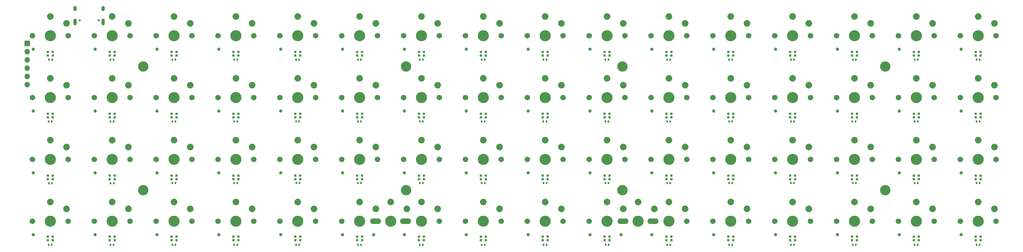
<source format=gbr>
%TF.GenerationSoftware,KiCad,Pcbnew,7.0.2*%
%TF.CreationDate,2023-07-13T09:31:41-04:00*%
%TF.ProjectId,QuicksilverStorm,51756963-6b73-4696-9c76-657253746f72,Mark 2 Rev F*%
%TF.SameCoordinates,Original*%
%TF.FileFunction,Soldermask,Top*%
%TF.FilePolarity,Negative*%
%FSLAX46Y46*%
G04 Gerber Fmt 4.6, Leading zero omitted, Abs format (unit mm)*
G04 Created by KiCad (PCBNEW 7.0.2) date 2023-07-13 09:31:41*
%MOMM*%
%LPD*%
G01*
G04 APERTURE LIST*
G04 Aperture macros list*
%AMRoundRect*
0 Rectangle with rounded corners*
0 $1 Rounding radius*
0 $2 $3 $4 $5 $6 $7 $8 $9 X,Y pos of 4 corners*
0 Add a 4 corners polygon primitive as box body*
4,1,4,$2,$3,$4,$5,$6,$7,$8,$9,$2,$3,0*
0 Add four circle primitives for the rounded corners*
1,1,$1+$1,$2,$3*
1,1,$1+$1,$4,$5*
1,1,$1+$1,$6,$7*
1,1,$1+$1,$8,$9*
0 Add four rect primitives between the rounded corners*
20,1,$1+$1,$2,$3,$4,$5,0*
20,1,$1+$1,$4,$5,$6,$7,0*
20,1,$1+$1,$6,$7,$8,$9,0*
20,1,$1+$1,$8,$9,$2,$3,0*%
G04 Aperture macros list end*
%ADD10C,1.701800*%
%ADD11C,0.990600*%
%ADD12C,3.429000*%
%ADD13C,2.032000*%
%ADD14C,3.200000*%
%ADD15RoundRect,0.147500X0.147500X0.172500X-0.147500X0.172500X-0.147500X-0.172500X0.147500X-0.172500X0*%
%ADD16R,0.700000X0.700000*%
%ADD17O,3.403600X1.701800*%
%ADD18C,0.650000*%
%ADD19O,1.000000X1.600000*%
%ADD20O,1.000000X2.100000*%
%ADD21R,1.700000X1.700000*%
%ADD22O,1.700000X1.700000*%
G04 APERTURE END LIST*
D10*
%TO.C,K2*%
X52443750Y-80962500D03*
D11*
X52723750Y-85162500D03*
D12*
X57943750Y-80962500D03*
D10*
X63443750Y-80962500D03*
D13*
X57943750Y-75062500D03*
X62943750Y-77162500D03*
%TD*%
D10*
%TO.C,K3*%
X71493750Y-80949800D03*
D11*
X71773750Y-85149800D03*
D12*
X76993750Y-80949800D03*
D10*
X82493750Y-80949800D03*
D13*
X76993750Y-75049800D03*
X81993750Y-77149800D03*
%TD*%
D10*
%TO.C,K6*%
X128643750Y-80962500D03*
D11*
X128923750Y-85162500D03*
D12*
X134143750Y-80962500D03*
D10*
X139643750Y-80962500D03*
D13*
X134143750Y-75062500D03*
X139143750Y-77162500D03*
%TD*%
D10*
%TO.C,K7*%
X147693750Y-80962500D03*
D11*
X147973750Y-85162500D03*
D12*
X153193750Y-80962500D03*
D10*
X158693750Y-80962500D03*
D13*
X153193750Y-75062500D03*
X158193750Y-77162500D03*
%TD*%
D10*
%TO.C,K8*%
X166743750Y-80962500D03*
D11*
X167023750Y-85162500D03*
D12*
X172243750Y-80962500D03*
D10*
X177743750Y-80962500D03*
D13*
X172243750Y-75062500D03*
X177243750Y-77162500D03*
%TD*%
D10*
%TO.C,K9*%
X185793750Y-80962500D03*
D11*
X186073750Y-85162500D03*
D12*
X191293750Y-80962500D03*
D10*
X196793750Y-80962500D03*
D13*
X191293750Y-75062500D03*
X196293750Y-77162500D03*
%TD*%
D10*
%TO.C,K10*%
X204843750Y-80962500D03*
D11*
X205123750Y-85162500D03*
D12*
X210343750Y-80962500D03*
D10*
X215843750Y-80962500D03*
D13*
X210343750Y-75062500D03*
X215343750Y-77162500D03*
%TD*%
D10*
%TO.C,K11*%
X223893750Y-80962500D03*
D11*
X224173750Y-85162500D03*
D12*
X229393750Y-80962500D03*
D10*
X234893750Y-80962500D03*
D13*
X229393750Y-75062500D03*
X234393750Y-77162500D03*
%TD*%
D10*
%TO.C,K12*%
X242943750Y-80962500D03*
D11*
X243223750Y-85162500D03*
D12*
X248443750Y-80962500D03*
D10*
X253943750Y-80962500D03*
D13*
X248443750Y-75062500D03*
X253443750Y-77162500D03*
%TD*%
D10*
%TO.C,K13*%
X261993750Y-80962500D03*
D11*
X262273750Y-85162500D03*
D12*
X267493750Y-80962500D03*
D10*
X272993750Y-80962500D03*
D13*
X267493750Y-75062500D03*
X272493750Y-77162500D03*
%TD*%
D10*
%TO.C,K14*%
X281043750Y-80962500D03*
D11*
X281323750Y-85162500D03*
D12*
X286543750Y-80962500D03*
D10*
X292043750Y-80962500D03*
D13*
X286543750Y-75062500D03*
X291543750Y-77162500D03*
%TD*%
D10*
%TO.C,K15*%
X300093750Y-80962500D03*
D11*
X300373750Y-85162500D03*
D12*
X305593750Y-80962500D03*
D10*
X311093750Y-80962500D03*
D13*
X305593750Y-75062500D03*
X310593750Y-77162500D03*
%TD*%
D10*
%TO.C,K16*%
X319143750Y-80962500D03*
D11*
X319423750Y-85162500D03*
D12*
X324643750Y-80962500D03*
D10*
X330143750Y-80962500D03*
D13*
X324643750Y-75062500D03*
X329643750Y-77162500D03*
%TD*%
D10*
%TO.C,K17*%
X33393750Y-100012500D03*
D11*
X33673750Y-104212500D03*
D12*
X38893750Y-100012500D03*
D10*
X44393750Y-100012500D03*
D13*
X38893750Y-94112500D03*
X43893750Y-96212500D03*
%TD*%
D10*
%TO.C,K18*%
X52443750Y-100012500D03*
D11*
X52723750Y-104212500D03*
D12*
X57943750Y-100012500D03*
D10*
X63443750Y-100012500D03*
D13*
X57943750Y-94112500D03*
X62943750Y-96212500D03*
%TD*%
D10*
%TO.C,K19*%
X71493750Y-100012500D03*
D11*
X71773750Y-104212500D03*
D12*
X76993750Y-100012500D03*
D10*
X82493750Y-100012500D03*
D13*
X76993750Y-94112500D03*
X81993750Y-96212500D03*
%TD*%
D10*
%TO.C,K22*%
X128643750Y-100012500D03*
D11*
X128923750Y-104212500D03*
D12*
X134143750Y-100012500D03*
D10*
X139643750Y-100012500D03*
D13*
X134143750Y-94112500D03*
X139143750Y-96212500D03*
%TD*%
D10*
%TO.C,K23*%
X147693750Y-100012500D03*
D11*
X147973750Y-104212500D03*
D12*
X153193750Y-100012500D03*
D10*
X158693750Y-100012500D03*
D13*
X153193750Y-94112500D03*
X158193750Y-96212500D03*
%TD*%
D10*
%TO.C,K24*%
X166743750Y-100012500D03*
D11*
X167023750Y-104212500D03*
D12*
X172243750Y-100012500D03*
D10*
X177743750Y-100012500D03*
D13*
X172243750Y-94112500D03*
X177243750Y-96212500D03*
%TD*%
D10*
%TO.C,K25*%
X185793750Y-100012500D03*
D11*
X186073750Y-104212500D03*
D12*
X191293750Y-100012500D03*
D10*
X196793750Y-100012500D03*
D13*
X191293750Y-94112500D03*
X196293750Y-96212500D03*
%TD*%
D10*
%TO.C,K26*%
X204843750Y-100012500D03*
D11*
X205123750Y-104212500D03*
D12*
X210343750Y-100012500D03*
D10*
X215843750Y-100012500D03*
D13*
X210343750Y-94112500D03*
X215343750Y-96212500D03*
%TD*%
D10*
%TO.C,K27*%
X223893750Y-100012500D03*
D11*
X224173750Y-104212500D03*
D12*
X229393750Y-100012500D03*
D10*
X234893750Y-100012500D03*
D13*
X229393750Y-94112500D03*
X234393750Y-96212500D03*
%TD*%
D10*
%TO.C,K28*%
X242943750Y-100012500D03*
D11*
X243223750Y-104212500D03*
D12*
X248443750Y-100012500D03*
D10*
X253943750Y-100012500D03*
D13*
X248443750Y-94112500D03*
X253443750Y-96212500D03*
%TD*%
D10*
%TO.C,K29*%
X261993750Y-100012500D03*
D11*
X262273750Y-104212500D03*
D12*
X267493750Y-100012500D03*
D10*
X272993750Y-100012500D03*
D13*
X267493750Y-94112500D03*
X272493750Y-96212500D03*
%TD*%
D10*
%TO.C,K30*%
X281043750Y-100012500D03*
D11*
X281323750Y-104212500D03*
D12*
X286543750Y-100012500D03*
D10*
X292043750Y-100012500D03*
D13*
X286543750Y-94112500D03*
X291543750Y-96212500D03*
%TD*%
D10*
%TO.C,K31*%
X300093750Y-100012500D03*
D11*
X300373750Y-104212500D03*
D12*
X305593750Y-100012500D03*
D10*
X311093750Y-100012500D03*
D13*
X305593750Y-94112500D03*
X310593750Y-96212500D03*
%TD*%
D10*
%TO.C,K32*%
X319143750Y-100012500D03*
D11*
X319423750Y-104212500D03*
D12*
X324643750Y-100012500D03*
D10*
X330143750Y-100012500D03*
D13*
X324643750Y-94112500D03*
X329643750Y-96212500D03*
%TD*%
D10*
%TO.C,K33*%
X33393750Y-119062500D03*
D11*
X33673750Y-123262500D03*
D12*
X38893750Y-119062500D03*
D10*
X44393750Y-119062500D03*
D13*
X38893750Y-113162500D03*
X43893750Y-115262500D03*
%TD*%
D10*
%TO.C,K34*%
X52443750Y-119062500D03*
D11*
X52723750Y-123262500D03*
D12*
X57943750Y-119062500D03*
D10*
X63443750Y-119062500D03*
D13*
X57943750Y-113162500D03*
X62943750Y-115262500D03*
%TD*%
D10*
%TO.C,K35*%
X71493750Y-119062500D03*
D11*
X71773750Y-123262500D03*
D12*
X76993750Y-119062500D03*
D10*
X82493750Y-119062500D03*
D13*
X76993750Y-113162500D03*
X81993750Y-115262500D03*
%TD*%
D10*
%TO.C,K36*%
X90543750Y-119062500D03*
D11*
X90823750Y-123262500D03*
D12*
X96043750Y-119062500D03*
D10*
X101543750Y-119062500D03*
D13*
X96043750Y-113162500D03*
X101043750Y-115262500D03*
%TD*%
D10*
%TO.C,K37*%
X109593750Y-119062500D03*
D11*
X109873750Y-123262500D03*
D12*
X115093750Y-119062500D03*
D10*
X120593750Y-119062500D03*
D13*
X115093750Y-113162500D03*
X120093750Y-115262500D03*
%TD*%
D10*
%TO.C,K38*%
X128643750Y-119062500D03*
D11*
X128923750Y-123262500D03*
D12*
X134143750Y-119062500D03*
D10*
X139643750Y-119062500D03*
D13*
X134143750Y-113162500D03*
X139143750Y-115262500D03*
%TD*%
D10*
%TO.C,K39*%
X147693750Y-119062500D03*
D11*
X147973750Y-123262500D03*
D12*
X153193750Y-119062500D03*
D10*
X158693750Y-119062500D03*
D13*
X153193750Y-113162500D03*
X158193750Y-115262500D03*
%TD*%
D10*
%TO.C,K40*%
X166743750Y-119062500D03*
D11*
X167023750Y-123262500D03*
D12*
X172243750Y-119062500D03*
D10*
X177743750Y-119062500D03*
D13*
X172243750Y-113162500D03*
X177243750Y-115262500D03*
%TD*%
D10*
%TO.C,K41*%
X185793750Y-119062500D03*
D11*
X186073750Y-123262500D03*
D12*
X191293750Y-119062500D03*
D10*
X196793750Y-119062500D03*
D13*
X191293750Y-113162500D03*
X196293750Y-115262500D03*
%TD*%
D10*
%TO.C,K42*%
X204843750Y-119062500D03*
D11*
X205123750Y-123262500D03*
D12*
X210343750Y-119062500D03*
D10*
X215843750Y-119062500D03*
D13*
X210343750Y-113162500D03*
X215343750Y-115262500D03*
%TD*%
D10*
%TO.C,K43*%
X223893750Y-119062500D03*
D11*
X224173750Y-123262500D03*
D12*
X229393750Y-119062500D03*
D10*
X234893750Y-119062500D03*
D13*
X229393750Y-113162500D03*
X234393750Y-115262500D03*
%TD*%
D10*
%TO.C,K44*%
X242943750Y-119062500D03*
D11*
X243223750Y-123262500D03*
D12*
X248443750Y-119062500D03*
D10*
X253943750Y-119062500D03*
D13*
X248443750Y-113162500D03*
X253443750Y-115262500D03*
%TD*%
D10*
%TO.C,K45*%
X261993750Y-119062500D03*
D11*
X262273750Y-123262500D03*
D12*
X267493750Y-119062500D03*
D10*
X272993750Y-119062500D03*
D13*
X267493750Y-113162500D03*
X272493750Y-115262500D03*
%TD*%
D10*
%TO.C,K46*%
X281043750Y-119062500D03*
D11*
X281323750Y-123262500D03*
D12*
X286543750Y-119062500D03*
D10*
X292043750Y-119062500D03*
D13*
X286543750Y-113162500D03*
X291543750Y-115262500D03*
%TD*%
D10*
%TO.C,K47*%
X300093750Y-119062500D03*
D11*
X300373750Y-123262500D03*
D12*
X305593750Y-119062500D03*
D10*
X311093750Y-119062500D03*
D13*
X305593750Y-113162500D03*
X310593750Y-115262500D03*
%TD*%
D10*
%TO.C,K48*%
X319143750Y-119062500D03*
D11*
X319423750Y-123262500D03*
D12*
X324643750Y-119062500D03*
D10*
X330143750Y-119062500D03*
D13*
X324643750Y-113162500D03*
X329643750Y-115262500D03*
%TD*%
D10*
%TO.C,K49*%
X33393750Y-138112500D03*
D11*
X33673750Y-142312500D03*
D12*
X38893750Y-138112500D03*
D10*
X44393750Y-138112500D03*
D13*
X38893750Y-132212500D03*
X43893750Y-134312500D03*
%TD*%
D10*
%TO.C,K50*%
X52443750Y-138112500D03*
D11*
X52723750Y-142312500D03*
D12*
X57943750Y-138112500D03*
D10*
X63443750Y-138112500D03*
D13*
X57943750Y-132212500D03*
X62943750Y-134312500D03*
%TD*%
D10*
%TO.C,K51*%
X71493750Y-138112500D03*
D11*
X71773750Y-142312500D03*
D12*
X76993750Y-138112500D03*
D10*
X82493750Y-138112500D03*
D13*
X76993750Y-132212500D03*
X81993750Y-134312500D03*
%TD*%
D10*
%TO.C,K52*%
X90543750Y-138112500D03*
D11*
X90823750Y-142312500D03*
D12*
X96043750Y-138112500D03*
D10*
X101543750Y-138112500D03*
D13*
X96043750Y-132212500D03*
X101043750Y-134312500D03*
%TD*%
D10*
%TO.C,K53*%
X109593750Y-138112500D03*
D11*
X109873750Y-142312500D03*
D12*
X115093750Y-138112500D03*
D10*
X120593750Y-138112500D03*
D13*
X115093750Y-132212500D03*
X120093750Y-134312500D03*
%TD*%
D10*
%TO.C,K54*%
X128643750Y-138112500D03*
D11*
X128923750Y-142312500D03*
D12*
X134143750Y-138112500D03*
D13*
X134143750Y-132212500D03*
X139143750Y-134312500D03*
%TD*%
D11*
%TO.C,K55*%
X147973750Y-142312500D03*
D12*
X153193750Y-138112500D03*
D10*
X158693750Y-138112500D03*
D13*
X153193750Y-132212500D03*
X158193750Y-134312500D03*
%TD*%
D10*
%TO.C,K56*%
X166743750Y-138112500D03*
D11*
X167023750Y-142312500D03*
D12*
X172243750Y-138112500D03*
D10*
X177743750Y-138112500D03*
D13*
X172243750Y-132212500D03*
X177243750Y-134312500D03*
%TD*%
D10*
%TO.C,K57*%
X185793750Y-138112500D03*
D11*
X186073750Y-142312500D03*
D12*
X191293750Y-138112500D03*
D10*
X196793750Y-138112500D03*
D13*
X191293750Y-132212500D03*
X196293750Y-134312500D03*
%TD*%
D10*
%TO.C,K58*%
X204843750Y-138112500D03*
D11*
X205123750Y-142312500D03*
D12*
X210343750Y-138112500D03*
D13*
X210343750Y-132212500D03*
X215343750Y-134312500D03*
%TD*%
D11*
%TO.C,K59*%
X224173750Y-142312500D03*
D12*
X229393750Y-138112500D03*
D10*
X234893750Y-138112500D03*
D13*
X229393750Y-132212500D03*
X234393750Y-134312500D03*
%TD*%
D10*
%TO.C,K60*%
X242943750Y-138112500D03*
D11*
X243223750Y-142312500D03*
D12*
X248443750Y-138112500D03*
D10*
X253943750Y-138112500D03*
D13*
X248443750Y-132212500D03*
X253443750Y-134312500D03*
%TD*%
D10*
%TO.C,K61*%
X261993750Y-138112500D03*
D11*
X262273750Y-142312500D03*
D12*
X267493750Y-138112500D03*
D10*
X272993750Y-138112500D03*
D13*
X267493750Y-132212500D03*
X272493750Y-134312500D03*
%TD*%
D10*
%TO.C,K62*%
X281043750Y-138112500D03*
D11*
X281323750Y-142312500D03*
D12*
X286543750Y-138112500D03*
D10*
X292043750Y-138112500D03*
D13*
X286543750Y-132212500D03*
X291543750Y-134312500D03*
%TD*%
D10*
%TO.C,K63*%
X300093750Y-138112500D03*
D11*
X300373750Y-142312500D03*
D12*
X305593750Y-138112500D03*
D10*
X311093750Y-138112500D03*
D13*
X305593750Y-132212500D03*
X310593750Y-134312500D03*
%TD*%
D10*
%TO.C,K64*%
X319143750Y-138112500D03*
D11*
X319423750Y-142312500D03*
D12*
X324643750Y-138112500D03*
D10*
X330143750Y-138112500D03*
D13*
X324643750Y-132212500D03*
X329643750Y-134312500D03*
%TD*%
D10*
%TO.C,K1*%
X33393750Y-80962500D03*
D11*
X33673750Y-85162500D03*
D12*
X38893750Y-80962500D03*
D10*
X44393750Y-80962500D03*
D13*
X38893750Y-75062500D03*
X43893750Y-77162500D03*
%TD*%
D14*
%TO.C,H1*%
X67468750Y-90481800D03*
%TD*%
%TO.C,H2*%
X148431250Y-90487500D03*
%TD*%
%TO.C,H3*%
X215106250Y-90481800D03*
%TD*%
%TO.C,H4*%
X296063950Y-90481800D03*
%TD*%
%TO.C,H5*%
X67468750Y-128579400D03*
%TD*%
%TO.C,H6*%
X148431250Y-128585100D03*
%TD*%
D15*
%TO.C,LC1*%
X39442475Y-88329000D03*
X38472475Y-88329000D03*
%TD*%
D10*
%TO.C,K4*%
X90543750Y-80962500D03*
D11*
X90823750Y-85162500D03*
D12*
X96043750Y-80962500D03*
D10*
X101543750Y-80962500D03*
D13*
X96043750Y-75062500D03*
X101043750Y-77162500D03*
%TD*%
D15*
%TO.C,LC3*%
X77448250Y-88329000D03*
X76478250Y-88329000D03*
%TD*%
D10*
%TO.C,K5*%
X109593750Y-80962500D03*
D11*
X109873750Y-85162500D03*
D12*
X115093750Y-80962500D03*
D10*
X120593750Y-80962500D03*
D13*
X115093750Y-75062500D03*
X120093750Y-77162500D03*
%TD*%
D10*
%TO.C,K21*%
X109593750Y-100012500D03*
D11*
X109873750Y-104212500D03*
D12*
X115093750Y-100012500D03*
D10*
X120593750Y-100012500D03*
D13*
X115093750Y-94112500D03*
X120093750Y-96212500D03*
%TD*%
D10*
%TO.C,K20*%
X90543750Y-100012500D03*
D11*
X90823750Y-104212500D03*
D12*
X96043750Y-100012500D03*
D10*
X101543750Y-100012500D03*
D13*
X96043750Y-94112500D03*
X101043750Y-96212500D03*
%TD*%
D15*
%TO.C,LC10*%
X210798250Y-88329000D03*
X209828250Y-88329000D03*
%TD*%
%TO.C,LC12*%
X248898250Y-88329000D03*
X247928250Y-88329000D03*
%TD*%
%TO.C,LC6*%
X134598250Y-88329000D03*
X133628250Y-88329000D03*
%TD*%
%TO.C,LC8*%
X172698250Y-88329000D03*
X171728250Y-88329000D03*
%TD*%
%TO.C,LC9*%
X191748250Y-88329000D03*
X190778250Y-88329000D03*
%TD*%
%TO.C,LC7*%
X153648250Y-88329000D03*
X152678250Y-88329000D03*
%TD*%
%TO.C,LC5*%
X115548250Y-88329000D03*
X114578250Y-88329000D03*
%TD*%
%TO.C,LC11*%
X229848250Y-88329000D03*
X228878250Y-88329000D03*
%TD*%
%TO.C,LC13*%
X267948250Y-88329000D03*
X266978250Y-88329000D03*
%TD*%
%TO.C,LC4*%
X96498250Y-88329000D03*
X95528250Y-88329000D03*
%TD*%
%TO.C,LC14*%
X286998250Y-88329000D03*
X286028250Y-88329000D03*
%TD*%
%TO.C,LC15*%
X306048250Y-88329000D03*
X305078250Y-88329000D03*
%TD*%
%TO.C,LC16*%
X325098250Y-88329000D03*
X324128250Y-88329000D03*
%TD*%
%TO.C,LC17*%
X39348250Y-107379000D03*
X38378250Y-107379000D03*
%TD*%
%TO.C,LC18*%
X58398250Y-107379000D03*
X57428250Y-107379000D03*
%TD*%
%TO.C,LC19*%
X77448250Y-107379000D03*
X76478250Y-107379000D03*
%TD*%
%TO.C,LC20*%
X96498250Y-107379000D03*
X95528250Y-107379000D03*
%TD*%
%TO.C,LC21*%
X115535975Y-107379000D03*
X114565975Y-107379000D03*
%TD*%
%TO.C,LC22*%
X134598250Y-107379000D03*
X133628250Y-107379000D03*
%TD*%
%TO.C,LC23*%
X153648250Y-107379000D03*
X152678250Y-107379000D03*
%TD*%
%TO.C,LC24*%
X172698250Y-107379000D03*
X171728250Y-107379000D03*
%TD*%
%TO.C,LC25*%
X191679500Y-107379000D03*
X190709500Y-107379000D03*
%TD*%
%TO.C,LC26*%
X210798250Y-107379000D03*
X209828250Y-107379000D03*
%TD*%
%TO.C,LC27*%
X229848250Y-107379000D03*
X228878250Y-107379000D03*
%TD*%
%TO.C,LC28*%
X248898250Y-107379000D03*
X247928250Y-107379000D03*
%TD*%
%TO.C,LC29*%
X267948250Y-107379000D03*
X266978250Y-107379000D03*
%TD*%
%TO.C,LC30*%
X286854500Y-107379000D03*
X285884500Y-107379000D03*
%TD*%
%TO.C,LC31*%
X306048250Y-107379000D03*
X305078250Y-107379000D03*
%TD*%
%TO.C,LC32*%
X325098250Y-107379000D03*
X324128250Y-107379000D03*
%TD*%
D16*
%TO.C,LD16*%
X325368750Y-87037500D03*
X325368750Y-85937500D03*
X323868750Y-85937500D03*
X323868750Y-87037500D03*
%TD*%
%TO.C,LD17*%
X38118750Y-104987500D03*
X38118750Y-106087500D03*
X39618750Y-106087500D03*
X39618750Y-104987500D03*
%TD*%
%TO.C,LD18*%
X57168750Y-104987500D03*
X57168750Y-106087500D03*
X58668750Y-106087500D03*
X58668750Y-104987500D03*
%TD*%
%TO.C,LD19*%
X76218750Y-104987500D03*
X76218750Y-106087500D03*
X77718750Y-106087500D03*
X77718750Y-104987500D03*
%TD*%
%TO.C,LD20*%
X95268750Y-104987500D03*
X95268750Y-106087500D03*
X96768750Y-106087500D03*
X96768750Y-104987500D03*
%TD*%
%TO.C,LD21*%
X114318750Y-104987500D03*
X114318750Y-106087500D03*
X115818750Y-106087500D03*
X115818750Y-104987500D03*
%TD*%
%TO.C,LD22*%
X133368750Y-104987500D03*
X133368750Y-106087500D03*
X134868750Y-106087500D03*
X134868750Y-104987500D03*
%TD*%
%TO.C,LD23*%
X152418750Y-104987500D03*
X152418750Y-106087500D03*
X153918750Y-106087500D03*
X153918750Y-104987500D03*
%TD*%
%TO.C,LD24*%
X171468750Y-104987500D03*
X171468750Y-106087500D03*
X172968750Y-106087500D03*
X172968750Y-104987500D03*
%TD*%
%TO.C,LD25*%
X190518750Y-104987500D03*
X190518750Y-106087500D03*
X192018750Y-106087500D03*
X192018750Y-104987500D03*
%TD*%
%TO.C,LD26*%
X209568750Y-104987500D03*
X209568750Y-106087500D03*
X211068750Y-106087500D03*
X211068750Y-104987500D03*
%TD*%
%TO.C,LD27*%
X228618750Y-104987500D03*
X228618750Y-106087500D03*
X230118750Y-106087500D03*
X230118750Y-104987500D03*
%TD*%
%TO.C,LD28*%
X247668750Y-104987500D03*
X247668750Y-106087500D03*
X249168750Y-106087500D03*
X249168750Y-104987500D03*
%TD*%
%TO.C,LD29*%
X266718750Y-104987500D03*
X266718750Y-106087500D03*
X268218750Y-106087500D03*
X268218750Y-104987500D03*
%TD*%
%TO.C,LD30*%
X285768750Y-104987500D03*
X285768750Y-106087500D03*
X287268750Y-106087500D03*
X287268750Y-104987500D03*
%TD*%
%TO.C,LD32*%
X323868750Y-104987500D03*
X323868750Y-106087500D03*
X325368750Y-106087500D03*
X325368750Y-104987500D03*
%TD*%
%TO.C,LD31*%
X304818750Y-104987500D03*
X304818750Y-106087500D03*
X306318750Y-106087500D03*
X306318750Y-104987500D03*
%TD*%
%TO.C,LD15*%
X306318750Y-87037500D03*
X306318750Y-85937500D03*
X304818750Y-85937500D03*
X304818750Y-87037500D03*
%TD*%
%TO.C,LD14*%
X287268750Y-87037500D03*
X287268750Y-85937500D03*
X285768750Y-85937500D03*
X285768750Y-87037500D03*
%TD*%
%TO.C,LD12*%
X249168750Y-87037500D03*
X249168750Y-85937500D03*
X247668750Y-85937500D03*
X247668750Y-87037500D03*
%TD*%
%TO.C,LD10*%
X211068750Y-87037500D03*
X211068750Y-85937500D03*
X209568750Y-85937500D03*
X209568750Y-87037500D03*
%TD*%
%TO.C,LD13*%
X268218750Y-87037500D03*
X268218750Y-85937500D03*
X266718750Y-85937500D03*
X266718750Y-87037500D03*
%TD*%
%TO.C,LD5*%
X115818750Y-87037500D03*
X115818750Y-85937500D03*
X114318750Y-85937500D03*
X114318750Y-87037500D03*
%TD*%
%TO.C,LD11*%
X230118750Y-87037500D03*
X230118750Y-85937500D03*
X228618750Y-85937500D03*
X228618750Y-87037500D03*
%TD*%
%TO.C,LD6*%
X134868750Y-87037500D03*
X134868750Y-85937500D03*
X133368750Y-85937500D03*
X133368750Y-87037500D03*
%TD*%
%TO.C,LD7*%
X153918750Y-87037500D03*
X153918750Y-85937500D03*
X152418750Y-85937500D03*
X152418750Y-87037500D03*
%TD*%
%TO.C,LD8*%
X172968750Y-87037500D03*
X172968750Y-85937500D03*
X171468750Y-85937500D03*
X171468750Y-87037500D03*
%TD*%
%TO.C,LD9*%
X192018750Y-87037500D03*
X192018750Y-85937500D03*
X190518750Y-85937500D03*
X190518750Y-87037500D03*
%TD*%
%TO.C,LD2*%
X58668750Y-87037500D03*
X58668750Y-85937500D03*
X57168750Y-85937500D03*
X57168750Y-87037500D03*
%TD*%
%TO.C,LD1*%
X39618750Y-87037500D03*
X39618750Y-85937500D03*
X38118750Y-85937500D03*
X38118750Y-87037500D03*
%TD*%
%TO.C,LD3*%
X77718750Y-87037500D03*
X77718750Y-85937500D03*
X76218750Y-85937500D03*
X76218750Y-87037500D03*
%TD*%
%TO.C,LD4*%
X96768750Y-87037500D03*
X96768750Y-85937500D03*
X95268750Y-85937500D03*
X95268750Y-87037500D03*
%TD*%
D15*
%TO.C,LC2*%
X58398250Y-88329000D03*
X57428250Y-88329000D03*
%TD*%
D16*
%TO.C,LD56*%
X171468750Y-142887500D03*
X171468750Y-143987500D03*
X172968750Y-143987500D03*
X172968750Y-142887500D03*
%TD*%
%TO.C,LD54*%
X133368750Y-142887500D03*
X133368750Y-143987500D03*
X134868750Y-143987500D03*
X134868750Y-142887500D03*
%TD*%
D15*
%TO.C,LC36*%
X96503750Y-126387500D03*
X95533750Y-126387500D03*
%TD*%
D16*
%TO.C,LD43*%
X230118750Y-125137500D03*
X230118750Y-124037500D03*
X228618750Y-124037500D03*
X228618750Y-125137500D03*
%TD*%
%TO.C,LD47*%
X306318750Y-125137500D03*
X306318750Y-124037500D03*
X304818750Y-124037500D03*
X304818750Y-125137500D03*
%TD*%
%TO.C,LD46*%
X287268750Y-125137500D03*
X287268750Y-124037500D03*
X285768750Y-124037500D03*
X285768750Y-125137500D03*
%TD*%
%TO.C,LD60*%
X247668750Y-142887500D03*
X247668750Y-143987500D03*
X249168750Y-143987500D03*
X249168750Y-142887500D03*
%TD*%
%TO.C,LD61*%
X266718750Y-142887500D03*
X266718750Y-143987500D03*
X268218750Y-143987500D03*
X268218750Y-142887500D03*
%TD*%
%TO.C,LD36*%
X96768750Y-125137500D03*
X96768750Y-124037500D03*
X95268750Y-124037500D03*
X95268750Y-125137500D03*
%TD*%
%TO.C,LD57*%
X190518750Y-142887500D03*
X190518750Y-143987500D03*
X192018750Y-143987500D03*
X192018750Y-142887500D03*
%TD*%
D15*
%TO.C,LC61*%
X267953750Y-145437500D03*
X266983750Y-145437500D03*
%TD*%
%TO.C,LC64*%
X325103750Y-145437500D03*
X324133750Y-145437500D03*
%TD*%
%TO.C,LC39*%
X153653750Y-126387500D03*
X152683750Y-126387500D03*
%TD*%
D16*
%TO.C,LD55*%
X152418750Y-142887500D03*
X152418750Y-143987500D03*
X153918750Y-143987500D03*
X153918750Y-142887500D03*
%TD*%
%TO.C,LD64*%
X323868750Y-142887500D03*
X323868750Y-143987500D03*
X325368750Y-143987500D03*
X325368750Y-142887500D03*
%TD*%
D15*
%TO.C,LC52*%
X96503750Y-145437500D03*
X95533750Y-145437500D03*
%TD*%
D16*
%TO.C,LD53*%
X114318750Y-142887500D03*
X114318750Y-143987500D03*
X115818750Y-143987500D03*
X115818750Y-142887500D03*
%TD*%
D15*
%TO.C,LC45*%
X267953750Y-126387500D03*
X266983750Y-126387500D03*
%TD*%
D16*
%TO.C,LD38*%
X134868750Y-125137500D03*
X134868750Y-124037500D03*
X133368750Y-124037500D03*
X133368750Y-125137500D03*
%TD*%
%TO.C,LD42*%
X211068750Y-125137500D03*
X211068750Y-124037500D03*
X209568750Y-124037500D03*
X209568750Y-125137500D03*
%TD*%
D15*
%TO.C,LC35*%
X77453750Y-126387500D03*
X76483750Y-126387500D03*
%TD*%
D11*
%TO.C,K54.1*%
X138448750Y-142312500D03*
D17*
X139019650Y-138112500D03*
D12*
X143668750Y-138112500D03*
D17*
X148317850Y-138112500D03*
D13*
X143668750Y-132212500D03*
X148668750Y-134312500D03*
%TD*%
D15*
%TO.C,LC48*%
X325103750Y-126387500D03*
X324133750Y-126387500D03*
%TD*%
%TO.C,LC34*%
X58428750Y-126400000D03*
X57458750Y-126400000D03*
%TD*%
D16*
%TO.C,LD58*%
X209568750Y-142887500D03*
X209568750Y-143987500D03*
X211068750Y-143987500D03*
X211068750Y-142887500D03*
%TD*%
%TO.C,LD59*%
X228618750Y-142887500D03*
X228618750Y-143987500D03*
X230118750Y-143987500D03*
X230118750Y-142887500D03*
%TD*%
D14*
%TO.C,H7*%
X215106250Y-128579400D03*
%TD*%
D15*
%TO.C,LC42*%
X210803750Y-126387500D03*
X209833750Y-126387500D03*
%TD*%
%TO.C,LC59*%
X229853750Y-145437500D03*
X228883750Y-145437500D03*
%TD*%
%TO.C,LC57*%
X191753750Y-145437500D03*
X190783750Y-145437500D03*
%TD*%
%TO.C,LC49*%
X39353750Y-145437500D03*
X38383750Y-145437500D03*
%TD*%
D16*
%TO.C,LD40*%
X172968750Y-125137500D03*
X172968750Y-124037500D03*
X171468750Y-124037500D03*
X171468750Y-125137500D03*
%TD*%
D15*
%TO.C,LC43*%
X229853750Y-126387500D03*
X228883750Y-126387500D03*
%TD*%
D16*
%TO.C,LD44*%
X249168750Y-125137500D03*
X249168750Y-124037500D03*
X247668750Y-124037500D03*
X247668750Y-125137500D03*
%TD*%
%TO.C,LD34*%
X58668750Y-125137500D03*
X58668750Y-124037500D03*
X57168750Y-124037500D03*
X57168750Y-125137500D03*
%TD*%
D15*
%TO.C,LC41*%
X191753750Y-126387500D03*
X190783750Y-126387500D03*
%TD*%
D16*
%TO.C,LD62*%
X285768750Y-142887500D03*
X285768750Y-143987500D03*
X287268750Y-143987500D03*
X287268750Y-142887500D03*
%TD*%
%TO.C,LD49*%
X38118750Y-142887500D03*
X38118750Y-143987500D03*
X39618750Y-143987500D03*
X39618750Y-142887500D03*
%TD*%
%TO.C,LD35*%
X77718750Y-125137500D03*
X77718750Y-124037500D03*
X76218750Y-124037500D03*
X76218750Y-125137500D03*
%TD*%
D15*
%TO.C,LC55*%
X153653750Y-145437500D03*
X152683750Y-145437500D03*
%TD*%
D16*
%TO.C,LD37*%
X115818750Y-125137500D03*
X115818750Y-124037500D03*
X114318750Y-124037500D03*
X114318750Y-125137500D03*
%TD*%
%TO.C,LD51*%
X76218750Y-142887500D03*
X76218750Y-143987500D03*
X77718750Y-143987500D03*
X77718750Y-142887500D03*
%TD*%
D15*
%TO.C,LC62*%
X287003750Y-145437500D03*
X286033750Y-145437500D03*
%TD*%
%TO.C,LC58*%
X210868750Y-145437500D03*
X209898750Y-145437500D03*
%TD*%
%TO.C,LC53*%
X115553750Y-145437500D03*
X114583750Y-145437500D03*
%TD*%
D16*
%TO.C,LD45*%
X268218750Y-125137500D03*
X268218750Y-124037500D03*
X266718750Y-124037500D03*
X266718750Y-125137500D03*
%TD*%
%TO.C,LD50*%
X57168750Y-142887500D03*
X57168750Y-143987500D03*
X58668750Y-143987500D03*
X58668750Y-142887500D03*
%TD*%
D15*
%TO.C,LC33*%
X39428750Y-126400000D03*
X38458750Y-126400000D03*
%TD*%
%TO.C,LC54*%
X134603750Y-145437500D03*
X133633750Y-145437500D03*
%TD*%
%TO.C,LC44*%
X248903750Y-126387500D03*
X247933750Y-126387500D03*
%TD*%
D16*
%TO.C,LD48*%
X325368750Y-125137500D03*
X325368750Y-124037500D03*
X323868750Y-124037500D03*
X323868750Y-125137500D03*
%TD*%
%TO.C,LD39*%
X153918750Y-125137500D03*
X153918750Y-124037500D03*
X152418750Y-124037500D03*
X152418750Y-125137500D03*
%TD*%
%TO.C,LD33*%
X39618750Y-125137500D03*
X39618750Y-124037500D03*
X38118750Y-124037500D03*
X38118750Y-125137500D03*
%TD*%
D15*
%TO.C,LC50*%
X58403750Y-145437500D03*
X57433750Y-145437500D03*
%TD*%
D14*
%TO.C,H8*%
X296063950Y-128579400D03*
%TD*%
D11*
%TO.C,K58.1*%
X214648750Y-142312500D03*
D17*
X215219650Y-138112500D03*
D12*
X219868750Y-138112500D03*
D17*
X224517850Y-138112500D03*
D13*
X219868750Y-132212500D03*
X224868750Y-134312500D03*
%TD*%
D15*
%TO.C,LC51*%
X77453750Y-145437500D03*
X76483750Y-145437500D03*
%TD*%
%TO.C,LC46*%
X287003750Y-126387500D03*
X286033750Y-126387500D03*
%TD*%
D16*
%TO.C,LD41*%
X192018750Y-125137500D03*
X192018750Y-124037500D03*
X190518750Y-124037500D03*
X190518750Y-125137500D03*
%TD*%
D15*
%TO.C,LC63*%
X306053750Y-145437500D03*
X305083750Y-145437500D03*
%TD*%
%TO.C,LC56*%
X172703750Y-145437500D03*
X171733750Y-145437500D03*
%TD*%
%TO.C,LC37*%
X115603750Y-126387500D03*
X114633750Y-126387500D03*
%TD*%
%TO.C,LC60*%
X248903750Y-145437500D03*
X247933750Y-145437500D03*
%TD*%
D16*
%TO.C,LD63*%
X304818750Y-142887500D03*
X304818750Y-143987500D03*
X306318750Y-143987500D03*
X306318750Y-142887500D03*
%TD*%
D15*
%TO.C,LC40*%
X172703750Y-126387500D03*
X171733750Y-126387500D03*
%TD*%
%TO.C,LC47*%
X306053750Y-126387500D03*
X305083750Y-126387500D03*
%TD*%
%TO.C,LC38*%
X134603750Y-126387500D03*
X133633750Y-126387500D03*
%TD*%
D16*
%TO.C,LD52*%
X95268750Y-142887500D03*
X95268750Y-143987500D03*
X96768750Y-143987500D03*
X96768750Y-142887500D03*
%TD*%
D18*
%TO.C,J0*%
X47978750Y-76237500D03*
X53758750Y-76237500D03*
D19*
X46548750Y-72587500D03*
D20*
X46548750Y-76767500D03*
D19*
X55188750Y-72587500D03*
D20*
X55188750Y-76767500D03*
%TD*%
D21*
%TO.C,J2*%
X31750000Y-83343750D03*
D22*
X31750000Y-85883750D03*
X31750000Y-88423750D03*
X31750000Y-90963750D03*
X31750000Y-93503750D03*
X31750000Y-96043750D03*
%TD*%
M02*

</source>
